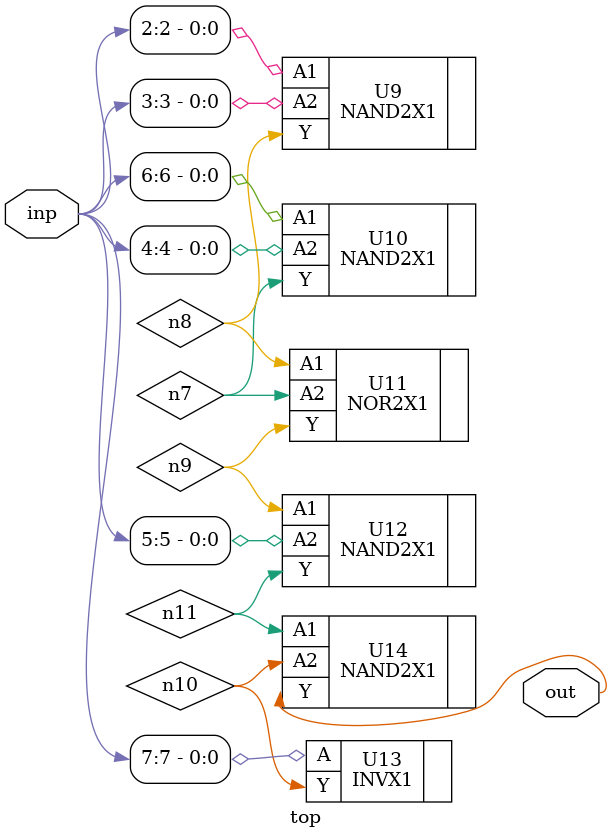
<source format=sv>


module top ( inp, out );
  input [7:0] inp;
  output out;
  wire   n7, n8, n9, n10, n11;

  NAND2X1 U9 ( .A1(inp[2]), .A2(inp[3]), .Y(n8) );
  NAND2X1 U10 ( .A1(inp[6]), .A2(inp[4]), .Y(n7) );
  NOR2X1 U11 ( .A1(n8), .A2(n7), .Y(n9) );
  NAND2X1 U12 ( .A1(n9), .A2(inp[5]), .Y(n11) );
  INVX1 U13 ( .A(inp[7]), .Y(n10) );
  NAND2X1 U14 ( .A1(n11), .A2(n10), .Y(out) );
endmodule


</source>
